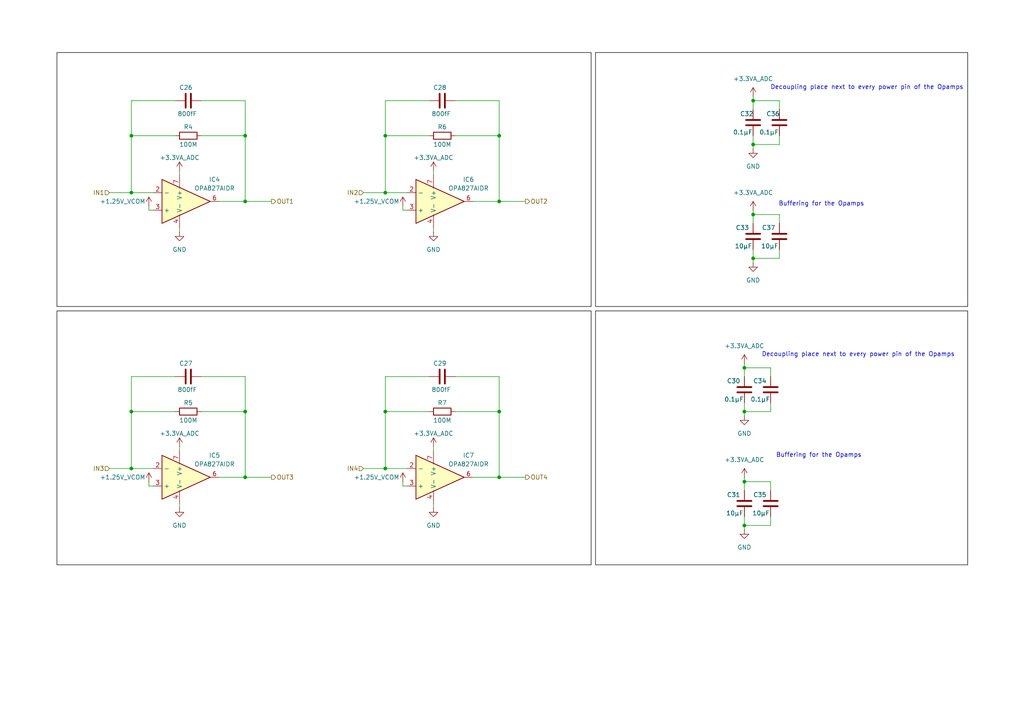
<source format=kicad_sch>
(kicad_sch (version 20250114) (generator "eeschema") (generator_version "9.0")
  (paper "A4")
  (lib_symbols
    (symbol "Device:C" (pin_numbers (hide yes)) (pin_names (offset 0.254))
      (property "Reference" "C" (at 0.635 2.54 0))
      (property "Value" "C" (at 0.635 -2.54 0))
      (symbol "C_0_1"
        (polyline (pts (xy -2.032 0.762) (xy 2.032 0.762)) (stroke (width 0.508)))
        (polyline (pts (xy -2.032 -0.762) (xy 2.032 -0.762)) (stroke (width 0.508)))
      )
      (symbol "C_1_1"
        (pin passive line (at 0 3.81 270) (length 2.794) (name "~") (number "1"))
        (pin passive line (at 0 -3.81 90) (length 2.794) (name "~") (number "2"))
      )
    )
    (symbol "Device:R" (pin_numbers (hide yes)) (pin_names (offset 0))
      (property "Reference" "R" (at 2.032 0 90))
      (property "Value" "R" (at 0 0 90))
      (symbol "R_0_1"
        (rectangle (start -1.016 -2.54) (end 1.016 2.54) (stroke (width 0.254)))
      )
      (symbol "R_1_1"
        (pin passive line (at 0 3.81 270) (length 1.27) (name "~") (number "1"))
        (pin passive line (at 0 -3.81 90) (length 1.27) (name "~") (number "2"))
      )
    )
    (symbol "SamacSys_Parts:OPA827AIDR"
      (property "Reference" "IC9" (at 22.86 3.81 0))
      (property "Value" "OPA827AIDR" (at 22.86 1.27 0))
      (symbol "OPA827AIDR_1_1"
        (polyline (pts (xy 5.08 2.54) (xy 5.08 -10.16) (xy 19.05 -3.81) (xy 5.08 2.54)) (stroke (width 0.254)) (fill (type color) (color 255 255 194 1)))
        (pin passive line (at 2.54 -1.27 0) (length 2.54) (name "-") (number "2"))
        (pin passive line (at 2.54 -6.35 0) (length 2.54) (name "+") (number "3"))
        (pin passive line (at 10.16 3.81 270) (length 3.81) (name "V+") (number "7"))
        (pin no_connect line (at 10.16 -1.27 270) (length 5.08) (hide yes) (name "NC") (number "1"))
        (pin no_connect line (at 10.16 -1.27 270) (length 5.08) (hide yes) (name "NC") (number "5"))
        (pin no_connect line (at 10.16 -1.27 270) (length 5.08) (hide yes) (name "NC") (number "8"))
        (pin passive line (at 10.16 -11.43 90) (length 3.81) (name "V-") (number "4"))
        (pin passive line (at 21.59 -3.81 180) (length 2.54) (name "") (number "6"))
      )
    )
    (symbol "power:+3.3V" (power) (pin_numbers (hide yes)) (pin_names (offset 0) (hide yes))
      (property "Value" "+3.3V" (at 0 3.556 0))
      (symbol "+3.3V_0_1"
        (polyline (pts (xy -0.762 1.27) (xy 0 2.54)))
        (polyline (pts (xy 0 2.54) (xy 0.762 1.27)))
        (polyline (pts (xy 0 0) (xy 0 2.54)))
      )
      (symbol "+3.3V_1_1"
        (pin power_in line (at 0 0 90) (length 0) (name "~") (number "1"))
      )
    )
    (symbol "power:+3.3VA" (power) (pin_names (offset 0))
      (property "Value" "+3.3VA" (at 0 3.556 0))
      (symbol "+3.3VA_0_1"
        (polyline (pts (xy -0.762 1.27) (xy 0 2.54)))
        (polyline (pts (xy 0 2.54) (xy 0.762 1.27)))
        (polyline (pts (xy 0 0) (xy 0 2.54)))
      )
      (symbol "+3.3VA_1_1"
        (pin power_in line (at 0 0 90) (length 0) (hide yes) (name "+3.3VA") (number "1"))
      )
    )
    (symbol "power:GND" (power) (pin_numbers (hide yes)) (pin_names (offset 0) (hide yes))
      (property "Value" "GND" (at 0 -3.81 0))
      (symbol "GND_0_1"
        (polyline (pts (xy 0 0) (xy 0 -1.27) (xy 1.27 -1.27) (xy 0 -2.54) (xy -1.27 -1.27) (xy 0 -1.27)))
      )
      (symbol "GND_1_1"
        (pin power_in line (at 0 0 270) (length 0) (name "~") (number "1"))
      )
    )
  )
  (text "Decoupling place next to every power pin of the Opamps\n" (at 251.46 25.4 0) (effects (font (size 1.27 1.27))))
  (text "Decoupling place next to every power pin of the Opamps\n" (at 248.92 102.87 0) (effects (font (size 1.27 1.27))))
  (text "Buffering for the Opamps" (at 238.252 59.182 0) (effects (font (size 1.27 1.27))))
  (text "Buffering for the Opamps" (at 237.49 132.08 0) (effects (font (size 1.27 1.27))))
  (text_box "" (at 16.51 90.17 0) (size 154.94 73.66) (margins 0.9525 0.9525 0.9525 0.9525) (stroke (width 0) (color 0 0 0 1)) (effects (font (size 1.27 1.27)) (justify left top)))
  (text_box "" (at 172.72 15.24 0) (size 107.95 73.66) (margins 0.9525 0.9525 0.9525 0.9525) (stroke (width 0) (color 0 0 0 1)) (effects (font (size 1.27 1.27)) (justify left top)))
  (text_box "" (at 16.51 15.24 0) (size 154.94 73.66) (margins 0.9525 0.9525 0.9525 0.9525) (stroke (width 0) (color 0 0 0 1)) (effects (font (size 1.27 1.27)) (justify left top)))
  (text_box "" (at 172.72 90.17 0) (size 107.95 73.66) (margins 0.9525 0.9525 0.9525 0.9525) (stroke (width 0) (color 0 0 0 1)) (effects (font (size 1.27 1.27)) (justify left top)))
  (junction (at 71.12 138.43))
  (junction (at 218.44 29.21))
  (junction (at 111.76 119.38))
  (junction (at 218.44 74.93))
  (junction (at 71.12 119.38))
  (junction (at 71.12 58.42))
  (junction (at 215.9 152.4))
  (junction (at 144.78 39.37))
  (junction (at 38.1 119.38))
  (junction (at 111.76 135.89))
  (junction (at 38.1 135.89))
  (junction (at 218.44 41.91))
  (junction (at 111.76 55.88))
  (junction (at 144.78 58.42))
  (junction (at 215.9 139.7))
  (junction (at 218.44 62.23))
  (junction (at 215.9 119.38))
  (junction (at 144.78 138.43))
  (junction (at 71.12 39.37))
  (junction (at 215.9 106.68))
  (junction (at 38.1 55.88))
  (junction (at 38.1 39.37))
  (junction (at 144.78 119.38))
  (junction (at 111.76 39.37))
  (wire (pts (xy 144.78 58.42) (xy 152.4 58.42)))
  (wire (pts (xy 144.78 109.22) (xy 144.78 119.38)))
  (wire (pts (xy 218.44 62.23) (xy 218.44 64.77)))
  (wire (pts (xy 71.12 29.21) (xy 71.12 39.37)))
  (wire (pts (xy 111.76 39.37) (xy 111.76 55.88)))
  (wire (pts (xy 71.12 119.38) (xy 71.12 138.43)))
  (wire (pts (xy 124.46 119.38) (xy 111.76 119.38)))
  (wire (pts (xy 218.44 74.93) (xy 218.44 76.2)))
  (wire (pts (xy 218.44 39.37) (xy 218.44 41.91)))
  (wire (pts (xy 71.12 109.22) (xy 71.12 119.38)))
  (wire (pts (xy 223.52 139.7) (xy 223.52 142.24)))
  (wire (pts (xy 226.06 39.37) (xy 226.06 41.91)))
  (wire (pts (xy 71.12 39.37) (xy 71.12 58.42)))
  (wire (pts (xy 218.44 72.39) (xy 218.44 74.93)))
  (wire (pts (xy 132.08 39.37) (xy 144.78 39.37)))
  (wire (pts (xy 218.44 27.94) (xy 218.44 29.21)))
  (wire (pts (xy 215.9 119.38) (xy 223.52 119.38)))
  (wire (pts (xy 226.06 29.21) (xy 226.06 31.75)))
  (wire (pts (xy 218.44 74.93) (xy 226.06 74.93)))
  (wire (pts (xy 43.18 60.96) (xy 44.45 60.96)))
  (wire (pts (xy 31.75 135.89) (xy 38.1 135.89)))
  (wire (pts (xy 116.84 140.97) (xy 118.11 140.97)))
  (wire (pts (xy 215.9 106.68) (xy 223.52 106.68)))
  (wire (pts (xy 218.44 29.21) (xy 226.06 29.21)))
  (wire (pts (xy 52.07 66.04) (xy 52.07 67.31)))
  (wire (pts (xy 223.52 149.86) (xy 223.52 152.4)))
  (wire (pts (xy 215.9 106.68) (xy 215.9 109.22)))
  (wire (pts (xy 144.78 29.21) (xy 144.78 39.37)))
  (wire (pts (xy 124.46 39.37) (xy 111.76 39.37)))
  (wire (pts (xy 63.5 58.42) (xy 71.12 58.42)))
  (wire (pts (xy 226.06 62.23) (xy 226.06 64.77)))
  (wire (pts (xy 111.76 109.22) (xy 111.76 119.38)))
  (wire (pts (xy 38.1 39.37) (xy 38.1 55.88)))
  (wire (pts (xy 50.8 29.21) (xy 38.1 29.21)))
  (wire (pts (xy 50.8 109.22) (xy 38.1 109.22)))
  (wire (pts (xy 218.44 29.21) (xy 218.44 31.75)))
  (wire (pts (xy 38.1 55.88) (xy 44.45 55.88)))
  (wire (pts (xy 223.52 116.84) (xy 223.52 119.38)))
  (wire (pts (xy 132.08 119.38) (xy 144.78 119.38)))
  (wire (pts (xy 111.76 29.21) (xy 111.76 39.37)))
  (wire (pts (xy 215.9 139.7) (xy 215.9 142.24)))
  (wire (pts (xy 223.52 106.68) (xy 223.52 109.22)))
  (wire (pts (xy 137.16 58.42) (xy 144.78 58.42)))
  (wire (pts (xy 116.84 139.7) (xy 116.84 140.97)))
  (wire (pts (xy 38.1 29.21) (xy 38.1 39.37)))
  (wire (pts (xy 124.46 29.21) (xy 111.76 29.21)))
  (wire (pts (xy 58.42 29.21) (xy 71.12 29.21)))
  (wire (pts (xy 215.9 119.38) (xy 215.9 120.65)))
  (wire (pts (xy 58.42 119.38) (xy 71.12 119.38)))
  (wire (pts (xy 31.75 55.88) (xy 38.1 55.88)))
  (wire (pts (xy 111.76 119.38) (xy 111.76 135.89)))
  (wire (pts (xy 43.18 59.69) (xy 43.18 60.96)))
  (wire (pts (xy 38.1 119.38) (xy 38.1 135.89)))
  (wire (pts (xy 144.78 138.43) (xy 152.4 138.43)))
  (wire (pts (xy 50.8 119.38) (xy 38.1 119.38)))
  (wire (pts (xy 137.16 138.43) (xy 144.78 138.43)))
  (wire (pts (xy 132.08 29.21) (xy 144.78 29.21)))
  (wire (pts (xy 52.07 49.53) (xy 52.07 50.8)))
  (wire (pts (xy 215.9 139.7) (xy 223.52 139.7)))
  (wire (pts (xy 111.76 55.88) (xy 118.11 55.88)))
  (wire (pts (xy 38.1 135.89) (xy 44.45 135.89)))
  (wire (pts (xy 218.44 62.23) (xy 226.06 62.23)))
  (wire (pts (xy 218.44 41.91) (xy 226.06 41.91)))
  (wire (pts (xy 124.46 109.22) (xy 111.76 109.22)))
  (wire (pts (xy 218.44 41.91) (xy 218.44 43.18)))
  (wire (pts (xy 71.12 58.42) (xy 78.74 58.42)))
  (wire (pts (xy 215.9 105.41) (xy 215.9 106.68)))
  (wire (pts (xy 226.06 72.39) (xy 226.06 74.93)))
  (wire (pts (xy 144.78 119.38) (xy 144.78 138.43)))
  (wire (pts (xy 111.76 135.89) (xy 118.11 135.89)))
  (wire (pts (xy 215.9 149.86) (xy 215.9 152.4)))
  (wire (pts (xy 125.73 49.53) (xy 125.73 50.8)))
  (wire (pts (xy 52.07 146.05) (xy 52.07 147.32)))
  (wire (pts (xy 38.1 109.22) (xy 38.1 119.38)))
  (wire (pts (xy 116.84 60.96) (xy 118.11 60.96)))
  (wire (pts (xy 125.73 146.05) (xy 125.73 147.32)))
  (wire (pts (xy 144.78 39.37) (xy 144.78 58.42)))
  (wire (pts (xy 50.8 39.37) (xy 38.1 39.37)))
  (wire (pts (xy 43.18 139.7) (xy 43.18 140.97)))
  (wire (pts (xy 105.41 55.88) (xy 111.76 55.88)))
  (wire (pts (xy 125.73 129.54) (xy 125.73 130.81)))
  (wire (pts (xy 71.12 138.43) (xy 78.74 138.43)))
  (wire (pts (xy 58.42 39.37) (xy 71.12 39.37)))
  (wire (pts (xy 132.08 109.22) (xy 144.78 109.22)))
  (wire (pts (xy 63.5 138.43) (xy 71.12 138.43)))
  (wire (pts (xy 52.07 129.54) (xy 52.07 130.81)))
  (wire (pts (xy 105.41 135.89) (xy 111.76 135.89)))
  (wire (pts (xy 218.44 60.96) (xy 218.44 62.23)))
  (wire (pts (xy 215.9 152.4) (xy 215.9 153.67)))
  (wire (pts (xy 43.18 140.97) (xy 44.45 140.97)))
  (wire (pts (xy 116.84 59.69) (xy 116.84 60.96)))
  (wire (pts (xy 215.9 116.84) (xy 215.9 119.38)))
  (wire (pts (xy 215.9 152.4) (xy 223.52 152.4)))
  (wire (pts (xy 215.9 138.43) (xy 215.9 139.7)))
  (wire (pts (xy 125.73 66.04) (xy 125.73 67.31)))
  (wire (pts (xy 58.42 109.22) (xy 71.12 109.22)))
  (hierarchical_label "OUT4" (shape output) (at 152.4 138.43 0))
  (hierarchical_label "IN2" (shape input) (at 105.41 55.88 180))
  (hierarchical_label "IN4" (shape input) (at 105.41 135.89 180))
  (hierarchical_label "IN3" (shape input) (at 31.75 135.89 180))
  (hierarchical_label "OUT3" (shape output) (at 78.74 138.43 0))
  (hierarchical_label "OUT1" (shape output) (at 78.74 58.42 0))
  (hierarchical_label "OUT2" (shape output) (at 152.4 58.42 0))
  (hierarchical_label "IN1" (shape input) (at 31.75 55.88 180))
  (symbol (lib_id "power:+3.3V") (at 43.18 59.69 0) (unit 1)
    (property "Reference" "#PWR044" (effects (hide yes)))
    (property "Value" "+1.25V_VCOM" (at 35.56 58.42 0))
    (property "Description" "Power symbol creates a global label with name \"+3.3V\"" (effects (hide yes)))
  )
  (symbol (lib_id "Device:C") (at 223.52 113.03 0) (unit 1)
    (property "Reference" "C34" (at 218.44 110.49 0) (effects (justify left)))
    (property "Value" "0.1µF" (at 217.678 115.824 0) (effects (justify left)))
    (property "Footprint" "Capacitor_SMD:C_0402_1005Metric" (effects (hide yes)))
    (property "Description" "Unpolarized capacitor" (effects (hide yes)))
  )
  (symbol (lib_id "power:GND") (at 215.9 120.65 0) (unit 1)
    (property "Reference" "#PWR057" (effects (hide yes)))
    (property "Value" "GND" (at 215.9 125.73 0))
    (property "Description" "Power symbol creates a global label with name \"GND\" , ground" (effects (hide yes)))
  )
  (symbol (lib_id "Device:C") (at 128.27 109.22 90) (unit 1)
    (property "Reference" "C29" (at 129.54 105.41 90) (effects (justify left)))
    (property "Value" "800fF" (at 130.81 113.03 90) (effects (justify left)))
    (property "Footprint" "Capacitor_SMD:C_0402_1005Metric" (effects (hide yes)))
    (property "Description" "Unpolarized capacitor" (effects (hide yes)))
  )
  (symbol (lib_id "power:+3.3VA") (at 125.73 49.53 0) (unit 1)
    (property "Reference" "#PWR052" (effects (hide yes)))
    (property "Value" "+3.3VA_ADC" (at 125.73 45.72 0))
  )
  (symbol (lib_id "Device:C") (at 128.27 29.21 90) (unit 1)
    (property "Reference" "C28" (at 129.54 25.4 90) (effects (justify left)))
    (property "Value" "800fF" (at 130.81 33.02 90) (effects (justify left)))
    (property "Footprint" "Capacitor_SMD:C_0402_1005Metric" (effects (hide yes)))
    (property "Description" "Unpolarized capacitor" (effects (hide yes)))
  )
  (symbol (lib_id "power:+3.3V") (at 218.44 60.96 0) (unit 1)
    (property "Reference" "#PWR062" (effects (hide yes)))
    (property "Value" "+3.3VA_ADC" (at 218.44 55.88 0))
    (property "Description" "Power symbol creates a global label with name \"+3.3V\"" (effects (hide yes)))
  )
  (symbol (lib_id "power:+3.3V") (at 215.9 138.43 0) (unit 1)
    (property "Reference" "#PWR058" (effects (hide yes)))
    (property "Value" "+3.3VA_ADC" (at 215.9 133.35 0))
    (property "Description" "Power symbol creates a global label with name \"+3.3V\"" (effects (hide yes)))
  )
  (symbol (lib_id "SamacSys_Parts:OPA827AIDR") (at 41.91 54.61 0) (unit 1)
    (property "Reference" "IC4" (at 62.23 52.07 0))
    (property "Value" "OPA827AIDR" (at 62.23 54.61 0))
    (property "Footprint" "SamacSys_Parts:SOIC127P600X175-8N" (effects (hide yes)))
    (property "Datasheet" "http://www.ti.com/lit/gpn/OPA827" (effects (hide yes)))
    (property "Description" "Low-Noise, High-Precision, JFET-Input Operational Amplifier" (effects (hide yes)))
    (property "Height" "1.75" (effects (hide yes)))
    (property "Manufacturer_Name" "Texas Instruments" (effects (hide yes)))
    (property "Manufacturer_Part_Number" "OPA827AIDR" (effects (hide yes)))
    (property "Mouser Part Number" "595-OPA827AIDR" (effects (hide yes)))
    (property "Mouser Price/Stock" "https://www.mouser.co.uk/ProductDetail/Texas-Instruments/OPA827AIDR?qs=ToK3%2FczOkx%252BfLFxatAoUKw%3D%3D" (effects (hide yes)))
    (property "Arrow Part Number" "OPA827AIDR" (effects (hide yes)))
    (property "Arrow Price/Stock" "https://www.arrow.com/en/products/opa827aidr/texas-instruments?region=nac" (effects (hide yes)))
  )
  (symbol (lib_id "Device:C") (at 218.44 35.56 0) (unit 1)
    (property "Reference" "C32" (at 214.63 33.02 0) (effects (justify left)))
    (property "Value" "0.1µF" (at 212.598 38.354 0) (effects (justify left)))
    (property "Footprint" "Capacitor_SMD:C_0402_1005Metric" (effects (hide yes)))
    (property "Description" "Unpolarized capacitor" (effects (hide yes)))
  )
  (symbol (lib_id "power:+3.3V") (at 116.84 139.7 0) (unit 1)
    (property "Reference" "#PWR051" (effects (hide yes)))
    (property "Value" "+1.25V_VCOM" (at 109.22 138.43 0))
    (property "Description" "Power symbol creates a global label with name \"+3.3V\"" (effects (hide yes)))
  )
  (symbol (lib_id "power:GND") (at 215.9 153.67 0) (unit 1)
    (property "Reference" "#PWR059" (effects (hide yes)))
    (property "Value" "GND" (at 215.9 158.75 0))
    (property "Description" "Power symbol creates a global label with name \"GND\" , ground" (effects (hide yes)))
  )
  (symbol (lib_id "Device:R") (at 128.27 119.38 90) (unit 1)
    (property "Reference" "R7" (at 128.27 116.84 90))
    (property "Value" "100M" (at 128.27 121.92 90))
    (property "Footprint" "Resistor_SMD:R_1206_3216Metric" (effects (hide yes)))
    (property "Description" "Resistor" (effects (hide yes)))
  )
  (symbol (lib_id "Device:C") (at 215.9 113.03 0) (unit 1)
    (property "Reference" "C30" (at 210.82 110.49 0) (effects (justify left)))
    (property "Value" "0.1µF" (at 210.058 115.824 0) (effects (justify left)))
    (property "Footprint" "Capacitor_SMD:C_0402_1005Metric" (effects (hide yes)))
    (property "Description" "Unpolarized capacitor" (effects (hide yes)))
  )
  (symbol (lib_id "power:+3.3V") (at 116.84 59.69 0) (unit 1)
    (property "Reference" "#PWR050" (effects (hide yes)))
    (property "Value" "+1.25V_VCOM" (at 109.22 58.42 0))
    (property "Description" "Power symbol creates a global label with name \"+3.3V\"" (effects (hide yes)))
  )
  (symbol (lib_id "Device:C") (at 226.06 35.56 0) (unit 1)
    (property "Reference" "C36" (at 222.25 33.02 0) (effects (justify left)))
    (property "Value" "0.1µF" (at 220.218 38.354 0) (effects (justify left)))
    (property "Footprint" "Capacitor_SMD:C_0402_1005Metric" (effects (hide yes)))
    (property "Description" "Unpolarized capacitor" (effects (hide yes)))
  )
  (symbol (lib_id "power:GND") (at 125.73 67.31 0) (unit 1)
    (property "Reference" "#PWR053" (effects (hide yes)))
    (property "Value" "GND" (at 125.73 72.39 0))
    (property "Description" "Power symbol creates a global label with name \"GND\" , ground" (effects (hide yes)))
  )
  (symbol (lib_id "power:+3.3V") (at 218.44 27.94 0) (unit 1)
    (property "Reference" "#PWR060" (effects (hide yes)))
    (property "Value" "+3.3VA_ADC" (at 218.44 22.86 0))
    (property "Description" "Power symbol creates a global label with name \"+3.3V\"" (effects (hide yes)))
  )
  (symbol (lib_id "Device:R") (at 54.61 39.37 90) (unit 1)
    (property "Reference" "R4" (at 54.61 36.83 90))
    (property "Value" "100M" (at 54.61 41.91 90))
    (property "Footprint" "Resistor_SMD:R_1206_3216Metric" (effects (hide yes)))
    (property "Description" "Resistor" (effects (hide yes)))
  )
  (symbol (lib_id "Device:C") (at 218.44 68.58 0) (unit 1)
    (property "Reference" "C33" (at 213.36 66.04 0) (effects (justify left)))
    (property "Value" "10µF" (at 213.106 71.374 0) (effects (justify left)))
    (property "Footprint" "Capacitor_SMD:C_0603_1608Metric" (effects (hide yes)))
    (property "Description" "Unpolarized capacitor" (effects (hide yes)))
  )
  (symbol (lib_id "power:GND") (at 218.44 43.18 0) (unit 1)
    (property "Reference" "#PWR061" (effects (hide yes)))
    (property "Value" "GND" (at 218.44 48.26 0))
    (property "Description" "Power symbol creates a global label with name \"GND\" , ground" (effects (hide yes)))
  )
  (symbol (lib_id "Device:C") (at 226.06 68.58 0) (unit 1)
    (property "Reference" "C37" (at 220.98 66.04 0) (effects (justify left)))
    (property "Value" "10µF" (at 220.726 71.374 0) (effects (justify left)))
    (property "Footprint" "Capacitor_SMD:C_0603_1608Metric" (effects (hide yes)))
    (property "Description" "Unpolarized capacitor" (effects (hide yes)))
  )
  (symbol (lib_id "power:GND") (at 125.73 147.32 0) (unit 1)
    (property "Reference" "#PWR055" (effects (hide yes)))
    (property "Value" "GND" (at 125.73 152.4 0))
    (property "Description" "Power symbol creates a global label with name \"GND\" , ground" (effects (hide yes)))
  )
  (symbol (lib_id "power:+3.3VA") (at 52.07 129.54 0) (unit 1)
    (property "Reference" "#PWR048" (effects (hide yes)))
    (property "Value" "+3.3VA_ADC" (at 52.07 125.73 0))
  )
  (symbol (lib_id "Device:R") (at 128.27 39.37 90) (unit 1)
    (property "Reference" "R6" (at 128.27 36.83 90))
    (property "Value" "100M" (at 128.27 41.91 90))
    (property "Footprint" "Resistor_SMD:R_1206_3216Metric" (effects (hide yes)))
    (property "Description" "Resistor" (effects (hide yes)))
  )
  (symbol (lib_id "power:+3.3VA") (at 52.07 49.53 0) (unit 1)
    (property "Reference" "#PWR046" (effects (hide yes)))
    (property "Value" "+3.3VA_ADC" (at 52.07 45.72 0))
  )
  (symbol (lib_id "power:GND") (at 52.07 147.32 0) (unit 1)
    (property "Reference" "#PWR049" (effects (hide yes)))
    (property "Value" "GND" (at 52.07 152.4 0))
    (property "Description" "Power symbol creates a global label with name \"GND\" , ground" (effects (hide yes)))
  )
  (symbol (lib_id "power:GND") (at 218.44 76.2 0) (unit 1)
    (property "Reference" "#PWR063" (effects (hide yes)))
    (property "Value" "GND" (at 218.44 81.28 0))
    (property "Description" "Power symbol creates a global label with name \"GND\" , ground" (effects (hide yes)))
  )
  (symbol (lib_id "Device:C") (at 54.61 109.22 90) (unit 1)
    (property "Reference" "C27" (at 55.88 105.41 90) (effects (justify left)))
    (property "Value" "800fF" (at 57.15 113.03 90) (effects (justify left)))
    (property "Footprint" "Capacitor_SMD:C_0402_1005Metric" (effects (hide yes)))
    (property "Description" "Unpolarized capacitor" (effects (hide yes)))
  )
  (symbol (lib_id "power:GND") (at 52.07 67.31 0) (unit 1)
    (property "Reference" "#PWR047" (effects (hide yes)))
    (property "Value" "GND" (at 52.07 72.39 0))
    (property "Description" "Power symbol creates a global label with name \"GND\" , ground" (effects (hide yes)))
  )
  (symbol (lib_id "Device:C") (at 54.61 29.21 90) (unit 1)
    (property "Reference" "C26" (at 55.88 25.4 90) (effects (justify left)))
    (property "Value" "800fF" (at 57.15 33.02 90) (effects (justify left)))
    (property "Footprint" "Capacitor_SMD:C_0402_1005Metric" (effects (hide yes)))
    (property "Description" "Unpolarized capacitor" (effects (hide yes)))
  )
  (symbol (lib_id "SamacSys_Parts:OPA827AIDR") (at 115.57 54.61 0) (unit 1)
    (property "Reference" "IC6" (at 135.89 52.07 0))
    (property "Value" "OPA827AIDR" (at 135.89 54.61 0))
    (property "Footprint" "SamacSys_Parts:SOIC127P600X175-8N" (effects (hide yes)))
    (property "Datasheet" "http://www.ti.com/lit/gpn/OPA827" (effects (hide yes)))
    (property "Description" "Low-Noise, High-Precision, JFET-Input Operational Amplifier" (effects (hide yes)))
    (property "Height" "1.75" (effects (hide yes)))
    (property "Manufacturer_Name" "Texas Instruments" (effects (hide yes)))
    (property "Manufacturer_Part_Number" "OPA827AIDR" (effects (hide yes)))
    (property "Mouser Part Number" "595-OPA827AIDR" (effects (hide yes)))
    (property "Mouser Price/Stock" "https://www.mouser.co.uk/ProductDetail/Texas-Instruments/OPA827AIDR?qs=ToK3%2FczOkx%252BfLFxatAoUKw%3D%3D" (effects (hide yes)))
    (property "Arrow Part Number" "OPA827AIDR" (effects (hide yes)))
    (property "Arrow Price/Stock" "https://www.arrow.com/en/products/opa827aidr/texas-instruments?region=nac" (effects (hide yes)))
  )
  (symbol (lib_id "power:+3.3V") (at 43.18 139.7 0) (unit 1)
    (property "Reference" "#PWR045" (effects (hide yes)))
    (property "Value" "+1.25V_VCOM" (at 35.56 138.43 0))
    (property "Description" "Power symbol creates a global label with name \"+3.3V\"" (effects (hide yes)))
  )
  (symbol (lib_id "power:+3.3V") (at 215.9 105.41 0) (unit 1)
    (property "Reference" "#PWR056" (effects (hide yes)))
    (property "Value" "+3.3VA_ADC" (at 215.9 100.33 0))
    (property "Description" "Power symbol creates a global label with name \"+3.3V\"" (effects (hide yes)))
  )
  (symbol (lib_id "Device:C") (at 223.52 146.05 0) (unit 1)
    (property "Reference" "C35" (at 218.44 143.51 0) (effects (justify left)))
    (property "Value" "10µF" (at 218.186 148.844 0) (effects (justify left)))
    (property "Footprint" "Capacitor_SMD:C_0603_1608Metric" (effects (hide yes)))
    (property "Description" "Unpolarized capacitor" (effects (hide yes)))
  )
  (symbol (lib_id "SamacSys_Parts:OPA827AIDR") (at 41.91 134.62 0) (unit 1)
    (property "Reference" "IC5" (at 62.23 132.08 0))
    (property "Value" "OPA827AIDR" (at 62.23 134.62 0))
    (property "Footprint" "SamacSys_Parts:SOIC127P600X175-8N" (effects (hide yes)))
    (property "Datasheet" "http://www.ti.com/lit/gpn/OPA827" (effects (hide yes)))
    (property "Description" "Low-Noise, High-Precision, JFET-Input Operational Amplifier" (effects (hide yes)))
    (property "Height" "1.75" (effects (hide yes)))
    (property "Manufacturer_Name" "Texas Instruments" (effects (hide yes)))
    (property "Manufacturer_Part_Number" "OPA827AIDR" (effects (hide yes)))
    (property "Mouser Part Number" "595-OPA827AIDR" (effects (hide yes)))
    (property "Mouser Price/Stock" "https://www.mouser.co.uk/ProductDetail/Texas-Instruments/OPA827AIDR?qs=ToK3%2FczOkx%252BfLFxatAoUKw%3D%3D" (effects (hide yes)))
    (property "Arrow Part Number" "OPA827AIDR" (effects (hide yes)))
    (property "Arrow Price/Stock" "https://www.arrow.com/en/products/opa827aidr/texas-instruments?region=nac" (effects (hide yes)))
  )
  (symbol (lib_id "Device:R") (at 54.61 119.38 90) (unit 1)
    (property "Reference" "R5" (at 54.61 116.84 90))
    (property "Value" "100M" (at 54.61 121.92 90))
    (property "Footprint" "Resistor_SMD:R_1206_3216Metric" (effects (hide yes)))
    (property "Description" "Resistor" (effects (hide yes)))
  )
  (symbol (lib_id "SamacSys_Parts:OPA827AIDR") (at 115.57 134.62 0) (unit 1)
    (property "Reference" "IC7" (at 135.89 132.08 0))
    (property "Value" "OPA827AIDR" (at 135.89 134.62 0))
    (property "Footprint" "SamacSys_Parts:SOIC127P600X175-8N" (effects (hide yes)))
    (property "Datasheet" "http://www.ti.com/lit/gpn/OPA827" (effects (hide yes)))
    (property "Description" "Low-Noise, High-Precision, JFET-Input Operational Amplifier" (effects (hide yes)))
    (property "Height" "1.75" (effects (hide yes)))
    (property "Manufacturer_Name" "Texas Instruments" (effects (hide yes)))
    (property "Manufacturer_Part_Number" "OPA827AIDR" (effects (hide yes)))
    (property "Mouser Part Number" "595-OPA827AIDR" (effects (hide yes)))
    (property "Mouser Price/Stock" "https://www.mouser.co.uk/ProductDetail/Texas-Instruments/OPA827AIDR?qs=ToK3%2FczOkx%252BfLFxatAoUKw%3D%3D" (effects (hide yes)))
    (property "Arrow Part Number" "OPA827AIDR" (effects (hide yes)))
    (property "Arrow Price/Stock" "https://www.arrow.com/en/products/opa827aidr/texas-instruments?region=nac" (effects (hide yes)))
  )
  (symbol (lib_id "Device:C") (at 215.9 146.05 0) (unit 1)
    (property "Reference" "C31" (at 210.82 143.51 0) (effects (justify left)))
    (property "Value" "10µF" (at 210.566 148.844 0) (effects (justify left)))
    (property "Footprint" "Capacitor_SMD:C_0603_1608Metric" (effects (hide yes)))
    (property "Description" "Unpolarized capacitor" (effects (hide yes)))
  )
  (symbol (lib_id "power:+3.3VA") (at 125.73 129.54 0) (unit 1)
    (property "Reference" "#PWR054" (effects (hide yes)))
    (property "Value" "+3.3VA_ADC" (at 125.73 125.73 0))
  )
)
</source>
